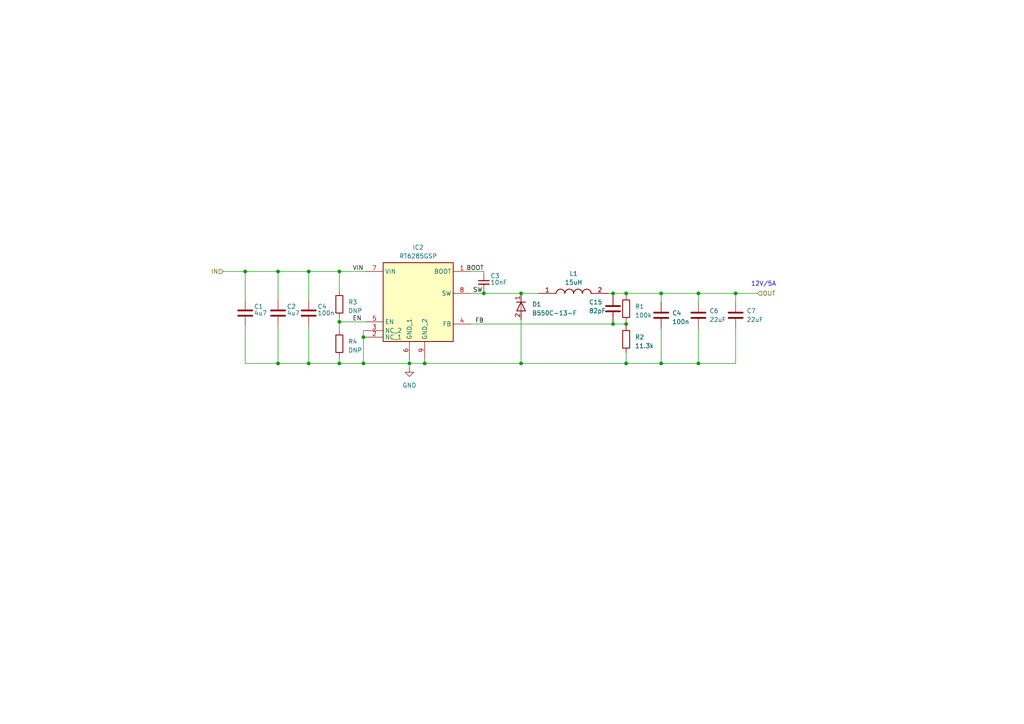
<source format=kicad_sch>
(kicad_sch (version 20230121) (generator eeschema)
  (paper "A4")
  (title_block (title "The Supluwu") (date "2023-12-29") (rev "1") (company "FG Labs"))
  (lib_symbols
    (symbol "Device:C" (pin_numbers hide) (pin_names (offset 0.254))
      (property "Reference" "C" (at 0.635 2.54 0))
      (property "Value" "C" (at 0.635 -2.54 0))
      (symbol "C_0_1"
        (polyline (pts (xy -2.032 -0.762) (xy 2.032 -0.762)) (stroke (width 0.508)))
        (polyline (pts (xy -2.032 0.762) (xy 2.032 0.762)) (stroke (width 0.508)))
      )
      (symbol "C_1_1"
        (pin passive line (at 0 3.81 270) (length 2.794) (name "~") (number "1"))
        (pin passive line (at 0 -3.81 90) (length 2.794) (name "~") (number "2"))
      )
    )
    (symbol "Device:C_Small" (pin_numbers hide) (pin_names (offset 0.254) hide)
      (property "Reference" "C" (at 0.254 1.778 0))
      (property "Value" "C_Small" (at 0.254 -2.032 0))
      (symbol "C_Small_0_1"
        (polyline (pts (xy -1.524 -0.508) (xy 1.524 -0.508)) (stroke (width 0.3302)))
        (polyline (pts (xy -1.524 0.508) (xy 1.524 0.508)) (stroke (width 0.3048)))
      )
      (symbol "C_Small_1_1"
        (pin passive line (at 0 2.54 270) (length 2.032) (name "~") (number "1"))
        (pin passive line (at 0 -2.54 90) (length 2.032) (name "~") (number "2"))
      )
    )
    (symbol "Device:R" (pin_numbers hide) (pin_names (offset 0))
      (property "Reference" "R" (at 2.032 0 90))
      (property "Value" "R" (at 0 0 90))
      (symbol "R_0_1"
        (rectangle (start -1.016 -2.54) (end 1.016 2.54) (stroke (width 0.254)))
      )
      (symbol "R_1_1"
        (pin passive line (at 0 3.81 270) (length 1.27) (name "~") (number "1"))
        (pin passive line (at 0 -3.81 90) (length 1.27) (name "~") (number "2"))
      )
    )
    (symbol "SamacSys_Parts_2:B550C-13-F" (pin_names hide)
      (property "Reference" "D" (at 11.43 5.08 0))
      (property "Value" "B550C-13-F" (at 11.43 2.54 0))
      (symbol "B550C-13-F_0_1"
        (polyline (pts (xy 2.54 1.27) (xy 2.54 -1.27)) (stroke (width 0.254)))
        (polyline (pts (xy 5.08 0) (xy 2.54 0)))
        (polyline (pts (xy 5.08 1.27) (xy 5.08 -1.27) (xy 2.54 0) (xy 5.08 1.27)) (stroke (width 0.254)))
      )
      (symbol "B550C-13-F_1_1"
        (pin passive line (at 0 0 0) (length 2.54) (name "K") (number "1"))
        (pin passive line (at 7.62 0 180) (length 2.54) (name "A") (number "2"))
      )
    )
    (symbol "SamacSys_Parts_2:PA4343.153NLT" (pin_names hide)
      (property "Reference" "L" (at 16.51 6.35 0))
      (property "Value" "PA4343.153NLT" (at 16.51 3.81 0))
      (symbol "PA4343.153NLT_1_1"
        (arc (start 7.62 0) (mid 6.35 1.219) (end 5.08 0) (stroke (width 0.254)))
        (arc (start 10.16 0) (mid 8.89 1.219) (end 7.62 0) (stroke (width 0.254)))
        (arc (start 12.7 0) (mid 11.43 1.219) (end 10.16 0) (stroke (width 0.254)))
        (arc (start 15.24 0) (mid 13.97 1.219) (end 12.7 0) (stroke (width 0.254)))
        (pin passive line (at 0 0 0) (length 5.08) (name "1") (number "1"))
        (pin passive line (at 20.32 0 180) (length 5.08) (name "2") (number "2"))
      )
    )
    (symbol "SamacSys_Parts_2:RT6285GSP"
      (property "Reference" "IC" (at 14.605 4.445 0))
      (property "Value" "RT6285GSP" (at 10.16 -7.62 0))
      (symbol "RT6285GSP_1_1"
        (rectangle (start 5.08 2.54) (end 25.4 -20.32) (stroke (width 0.254)) (fill (type background)))
        (pin passive line (at 30.48 0 180) (length 5.08) (name "BOOT") (number "1"))
        (pin passive line (at 0 -19.05 0) (length 5.08) (name "NC_1") (number "2"))
        (pin passive line (at 0 -17.145 0) (length 5.08) (name "NC_2") (number "3"))
        (pin passive line (at 30.48 -15.24 180) (length 5.08) (name "FB") (number "4"))
        (pin passive line (at 0 -14.605 0) (length 5.08) (name "EN") (number "5"))
        (pin passive line (at 12.7 -25.4 90) (length 5.08) (name "GND_1") (number "6"))
        (pin passive line (at 0 0 0) (length 5.08) (name "VIN") (number "7"))
        (pin passive line (at 30.48 -6.35 180) (length 5.08) (name "SW") (number "8"))
        (pin passive line (at 17.145 -25.4 90) (length 5.08) (name "GND_2") (number "9"))
      )
    )
    (symbol "power:GND" (power) (pin_names (offset 0))
      (property "Value" "GND" (at 0 -3.81 0))
      (symbol "GND_0_1"
        (polyline (pts (xy 0 0) (xy 0 -1.27) (xy 1.27 -1.27) (xy 0 -2.54) (xy -1.27 -1.27) (xy 0 -1.27)))
      )
      (symbol "GND_1_1"
        (pin power_in line (at 0 0 270) (length 0) hide (name "GND") (number "1"))
      )
    )
  )
  (junction (at 98.425 105.41))
  (junction (at 202.565 85.09))
  (junction (at 98.425 93.345))
  (junction (at 177.8 93.98))
  (junction (at 118.745 105.41))
  (junction (at 89.535 78.74))
  (junction (at 89.535 105.41))
  (junction (at 105.41 105.41))
  (junction (at 123.19 105.41))
  (junction (at 191.77 105.41))
  (junction (at 105.41 97.79))
  (junction (at 202.565 105.41))
  (junction (at 177.8 85.09))
  (junction (at 181.61 105.41))
  (junction (at 80.645 78.74))
  (junction (at 98.425 78.74))
  (junction (at 151.13 85.09))
  (junction (at 213.36 85.09))
  (junction (at 181.61 85.09))
  (junction (at 181.61 93.98))
  (junction (at 71.12 78.74))
  (junction (at 191.77 85.09))
  (junction (at 151.13 105.41))
  (junction (at 140.335 85.09))
  (junction (at 80.645 105.41))
  (wire (pts (xy 191.77 105.41) (xy 202.565 105.41)))
  (wire (pts (xy 118.745 105.41) (xy 118.745 104.14)))
  (wire (pts (xy 202.565 87.63) (xy 202.565 85.09)))
  (wire (pts (xy 177.8 93.98) (xy 181.61 93.98)))
  (wire (pts (xy 123.19 104.14) (xy 123.19 105.41)))
  (wire (pts (xy 118.745 105.41) (xy 118.745 106.68)))
  (wire (pts (xy 176.53 85.09) (xy 177.8 85.09)))
  (wire (pts (xy 191.77 87.63) (xy 191.77 85.09)))
  (wire (pts (xy 105.41 97.79) (xy 106.045 97.79)))
  (wire (pts (xy 105.41 97.79) (xy 105.41 105.41)))
  (wire (pts (xy 213.36 87.63) (xy 213.36 85.09)))
  (wire (pts (xy 80.645 94.615) (xy 80.645 105.41)))
  (wire (pts (xy 181.61 105.41) (xy 191.77 105.41)))
  (wire (pts (xy 136.525 78.74) (xy 140.335 78.74)))
  (wire (pts (xy 89.535 78.74) (xy 98.425 78.74)))
  (wire (pts (xy 213.36 95.25) (xy 213.36 105.41)))
  (wire (pts (xy 118.745 105.41) (xy 123.19 105.41)))
  (wire (pts (xy 98.425 92.075) (xy 98.425 93.345)))
  (wire (pts (xy 98.425 103.505) (xy 98.425 105.41)))
  (wire (pts (xy 213.36 85.09) (xy 219.71 85.09)))
  (wire (pts (xy 181.61 105.41) (xy 151.13 105.41)))
  (wire (pts (xy 136.525 85.09) (xy 140.335 85.09)))
  (wire (pts (xy 98.425 93.345) (xy 98.425 95.885)))
  (wire (pts (xy 89.535 105.41) (xy 98.425 105.41)))
  (wire (pts (xy 151.13 105.41) (xy 123.19 105.41)))
  (wire (pts (xy 213.36 105.41) (xy 202.565 105.41)))
  (wire (pts (xy 191.77 95.25) (xy 191.77 105.41)))
  (wire (pts (xy 105.41 105.41) (xy 118.745 105.41)))
  (wire (pts (xy 140.335 78.74) (xy 140.335 79.375)))
  (wire (pts (xy 89.535 78.74) (xy 89.535 86.995)))
  (wire (pts (xy 202.565 95.25) (xy 202.565 105.41)))
  (wire (pts (xy 151.13 92.71) (xy 151.13 105.41)))
  (wire (pts (xy 71.12 78.74) (xy 80.645 78.74)))
  (wire (pts (xy 89.535 94.615) (xy 89.535 105.41)))
  (wire (pts (xy 202.565 85.09) (xy 213.36 85.09)))
  (wire (pts (xy 105.41 95.885) (xy 105.41 97.79)))
  (wire (pts (xy 98.425 93.345) (xy 106.045 93.345)))
  (wire (pts (xy 181.61 85.09) (xy 181.61 85.725)))
  (wire (pts (xy 71.12 86.995) (xy 71.12 78.74)))
  (wire (pts (xy 177.8 93.345) (xy 177.8 93.98)))
  (wire (pts (xy 71.12 105.41) (xy 80.645 105.41)))
  (wire (pts (xy 140.335 85.09) (xy 140.335 84.455)))
  (wire (pts (xy 71.12 94.615) (xy 71.12 105.41)))
  (wire (pts (xy 177.8 85.09) (xy 181.61 85.09)))
  (wire (pts (xy 98.425 105.41) (xy 105.41 105.41)))
  (wire (pts (xy 151.13 85.09) (xy 156.21 85.09)))
  (wire (pts (xy 136.525 93.98) (xy 177.8 93.98)))
  (wire (pts (xy 177.8 85.09) (xy 177.8 85.725)))
  (wire (pts (xy 181.61 85.09) (xy 191.77 85.09)))
  (wire (pts (xy 64.77 78.74) (xy 71.12 78.74)))
  (wire (pts (xy 181.61 93.345) (xy 181.61 93.98)))
  (wire (pts (xy 181.61 94.615) (xy 181.61 93.98)))
  (wire (pts (xy 191.77 85.09) (xy 202.565 85.09)))
  (wire (pts (xy 181.61 102.235) (xy 181.61 105.41)))
  (wire (pts (xy 80.645 78.74) (xy 80.645 86.995)))
  (wire (pts (xy 80.645 78.74) (xy 89.535 78.74)))
  (wire (pts (xy 105.41 95.885) (xy 106.045 95.885)))
  (wire (pts (xy 98.425 78.74) (xy 98.425 84.455)))
  (wire (pts (xy 140.335 85.09) (xy 151.13 85.09)))
  (wire (pts (xy 80.645 105.41) (xy 89.535 105.41)))
  (wire (pts (xy 98.425 78.74) (xy 106.045 78.74)))
  (text "12V/5A" (at 217.805 83.185 0) (effects (font (size 1.27 1.27)) (justify left bottom)))
  (label "FB" (at 137.795 93.98 0))
  (label "VIN" (at 102.235 78.74 0))
  (label "SW" (at 137.16 85.09 0))
  (label "BOOT" (at 140.335 78.74 180))
  (label "EN" (at 102.235 93.345 0))
  (hierarchical_label "OUT" (shape input) (at 219.71 85.09 0))
  (hierarchical_label "IN" (shape input) (at 64.77 78.74 180))
  (symbol (lib_id "Device:C") (at 80.645 90.805 0) (unit 1)
    (property "Reference" "C2" (at 83.185 88.9 0) (effects (justify left)))
    (property "Value" "4u7" (at 83.185 90.805 0) (effects (justify left)))
    (property "Footprint" "Capacitor_SMD:C_0603_1608Metric" (effects hide))
    (instances (project "The Supluwu PCB" (path "" (reference "C2") (unit 1)) (path "" (reference "C10") (unit 1))))
  )
  (symbol (lib_id "Device:C_Small") (at 140.335 81.915 0) (unit 1)
    (property "Reference" "C3" (at 142.24 80.01 0) (effects (justify left)))
    (property "Value" "10nF" (at 142.24 81.915 0) (effects (justify left)))
    (property "Footprint" "Capacitor_SMD:C_0603_1608Metric" (effects hide))
    (instances (project "The Supluwu PCB" (path "" (reference "C3") (unit 1)) (path "" (reference "C8") (unit 1))))
  )
  (symbol (lib_id "SamacSys_Parts_2:PA4343.153NLT") (at 156.21 85.09 0) (unit 1)
    (property "Reference" "L1" (at 166.37 79.375 0))
    (property "Value" "15uH" (at 166.37 81.915 0))
    (property "Footprint" "Samacsys 2:INDPM140128X650N" (effects hide))
    (property "Datasheet" "https://datasheet.datasheetarchive.com/originals/distributors/DKDS-10/182394.pdf" (effects hide))
    (property "Height" "6.5" (effects hide))
    (property "Mouser Part Number" "673-PA4343.153NLT" (effects hide))
    (property "Mouser Price/Stock" "https://www.mouser.co.uk/ProductDetail/Pulse-Electronics/PA4343153NLT?qs=%2FzQKu7YvIMa1YhPbm59etw%3D%3D" (effects hide))
    (property "Manufacturer_Name" "Pulse Electronics" (effects hide))
    (property "Manufacturer_Part_Number" "PA4343.153NLT" (effects hide))
    (instances (project "The Supluwu PCB" (path "" (reference "L1") (unit 1)) (path "" (reference "L2") (unit 1))))
  )
  (symbol (lib_id "Device:C") (at 71.12 90.805 0) (unit 1)
    (property "Reference" "C1" (at 73.66 88.9 0) (effects (justify left)))
    (property "Value" "4u7" (at 73.66 90.805 0) (effects (justify left)))
    (property "Footprint" "Capacitor_SMD:C_0603_1608Metric" (effects hide))
    (instances (project "The Supluwu PCB" (path "" (reference "C1") (unit 1)) (path "" (reference "C9") (unit 1))))
  )
  (symbol (lib_id "Device:R") (at 98.425 88.265 0) (unit 1)
    (property "Reference" "R3" (at 100.965 87.63 0) (effects (justify left)))
    (property "Value" "DNP" (at 100.965 90.17 0) (effects (justify left)))
    (property "Footprint" "Resistor_SMD:R_0603_1608Metric" (effects hide))
    (instances (project "The Supluwu PCB" (path "" (reference "R3") (unit 1)) (path "" (reference "R5") (unit 1))))
  )
  (symbol (lib_id "Device:C") (at 177.8 89.535 0) (unit 1)
    (property "Reference" "C15" (at 170.815 87.63 0) (effects (justify left)))
    (property "Value" "82pF" (at 170.815 90.17 0) (effects (justify left)))
    (property "Footprint" "Capacitor_SMD:C_0603_1608Metric" (effects hide))
  )
  (symbol (lib_id "Device:R") (at 181.61 89.535 0) (unit 1)
    (property "Reference" "R1" (at 184.15 88.9 0) (effects (justify left)))
    (property "Value" "100k" (at 184.15 91.44 0) (effects (justify left)))
    (property "Footprint" "Resistor_SMD:R_0603_1608Metric" (effects hide))
    (instances (project "The Supluwu PCB" (path "" (reference "R1") (unit 1)) (path "" (reference "R6") (unit 1))))
  )
  (symbol (lib_id "SamacSys_Parts_2:B550C-13-F") (at 151.13 85.09 270) (unit 1)
    (property "Reference" "D1" (at 154.305 88.265 90) (effects (justify left)))
    (property "Value" "B550C-13-F" (at 154.305 90.805 90) (effects (justify left)))
    (property "Footprint" "Samacsys 2:DIOM7959X250N" (effects hide))
    (property "Height" "2.5" (effects hide))
    (property "Mouser Part Number" "621-B550C-F" (effects hide))
    (property "Mouser Price/Stock" "https://www.mouser.co.uk/ProductDetail/Diodes-Incorporated/B550C-13-F?qs=UEP5Ic6BRave1jzuZzz4FA%3D%3D" (effects hide))
    (property "Manufacturer_Name" "Diodes Incorporated" (effects hide))
    (property "Manufacturer_Part_Number" "B550C-13-F" (effects hide))
    (instances (project "The Supluwu PCB" (path "" (reference "D1") (unit 1)) (path "" (reference "D2") (unit 1))))
  )
  (symbol (lib_id "power:GND") (at 118.745 106.68 0) (unit 1)
    (property "Reference" "#PWR02" (effects hide))
    (property "Value" "GND" (at 118.745 111.76 0))
    (instances (project "The Supluwu PCB" (path "" (reference "#PWR02") (unit 1)) (path "" (reference "#PWR01") (unit 1))))
  )
  (symbol (lib_id "Device:C") (at 89.535 90.805 0) (unit 1)
    (property "Reference" "C4" (at 92.075 88.9 0) (effects (justify left)))
    (property "Value" "100n" (at 92.075 90.805 0) (effects (justify left)))
    (property "Footprint" "Capacitor_SMD:C_0603_1608Metric" (effects hide))
    (property "LCSC" "C14663" (effects hide))
    (instances (project "Inline Voltage converter" (path "" (reference "C4") (unit 1))) (project "Battery" (path "" (reference "C4") (unit 1)) (path "" (reference "C31") (unit 1))) (project "The Supluwu PCB" (path "" (reference "C5") (unit 1)) (path "" (reference "C11") (unit 1))))
  )
  (symbol (lib_id "Device:C") (at 202.565 91.44 0) (unit 1)
    (property "Reference" "C6" (at 205.74 90.1699 0) (effects (justify left)))
    (property "Value" "22uF" (at 205.74 92.7099 0) (effects (justify left)))
    (property "Footprint" "Capacitor_SMD:C_0805_2012Metric" (effects hide))
    (property "LCSC" "C45783" (effects hide))
    (instances (project "Inline Voltage converter" (path "" (reference "C6") (unit 1))) (project "Battery" (path "" (reference "C23") (unit 1))) (project "Main RIOT PCB" (path "" (reference "C2") (unit 1))) (project "The Supluwu PCB" (path "" (reference "C6") (unit 1)) (path "" (reference "C13") (unit 1))))
  )
  (symbol (lib_id "Device:C") (at 191.77 91.44 0) (unit 1)
    (property "Reference" "C4" (at 194.945 90.805 0) (effects (justify left)))
    (property "Value" "100n" (at 194.945 93.345 0) (effects (justify left)))
    (property "Footprint" "Capacitor_SMD:C_0603_1608Metric" (effects hide))
    (property "LCSC" "C14663" (effects hide))
    (instances (project "Inline Voltage converter" (path "" (reference "C4") (unit 1))) (project "Battery" (path "" (reference "C4") (unit 1)) (path "" (reference "C31") (unit 1))) (project "The Supluwu PCB" (path "" (reference "C4") (unit 1)) (path "" (reference "C12") (unit 1))))
  )
  (symbol (lib_id "SamacSys_Parts_2:RT6285GSP") (at 106.045 78.74 0) (unit 1)
    (property "Reference" "IC2" (at 121.285 71.755 0))
    (property "Value" "RT6285GSP" (at 121.285 74.295 0))
    (property "Footprint" "Samacsys 2:SOIC127P600X175-9N" (effects hide))
    (property "Datasheet" "https://www.richtek.com/assets/product_file/RT6285/DS6285-00.pdf" (effects hide))
    (property "Height" "1.753" (effects hide))
    (property "Mouser Part Number" "835-RT6285GSP" (effects hide))
    (property "Mouser Price/Stock" "https://www.mouser.co.uk/ProductDetail/Richtek/RT6285GSP?qs=amGC7iS6iy9ag0U80PgEbw%3D%3D" (effects hide))
    (property "Manufacturer_Name" "RICHTEK" (effects hide))
    (property "Manufacturer_Part_Number" "RT6285GSP" (effects hide))
    (instances (project "The Supluwu PCB" (path "" (reference "IC2") (unit 1)) (path "" (reference "IC1") (unit 1))))
  )
  (symbol (lib_id "Device:R") (at 98.425 99.695 0) (unit 1)
    (property "Reference" "R4" (at 100.965 99.06 0) (effects (justify left)))
    (property "Value" "DNP" (at 100.965 101.6 0) (effects (justify left)))
    (property "Footprint" "Resistor_SMD:R_0603_1608Metric" (effects hide))
    (instances (project "The Supluwu PCB" (path "" (reference "R4") (unit 1)) (path "" (reference "R8") (unit 1))))
  )
  (symbol (lib_id "Device:R") (at 181.61 98.425 0) (unit 1)
    (property "Reference" "R2" (at 184.15 97.79 0) (effects (justify left)))
    (property "Value" "11.3k" (at 184.15 100.33 0) (effects (justify left)))
    (property "Footprint" "Resistor_SMD:R_0603_1608Metric" (effects hide))
    (instances (project "The Supluwu PCB" (path "" (reference "R2") (unit 1)) (path "" (reference "R7") (unit 1))))
  )
  (symbol (lib_id "Device:C") (at 213.36 91.44 0) (unit 1)
    (property "Reference" "C7" (at 216.535 90.1699 0) (effects (justify left)))
    (property "Value" "22uF" (at 216.535 92.7099 0) (effects (justify left)))
    (property "Footprint" "Capacitor_SMD:C_0805_2012Metric" (effects hide))
    (property "LCSC" "C45783" (effects hide))
    (instances (project "Inline Voltage converter" (path "" (reference "C7") (unit 1))) (project "Battery" (path "" (reference "C24") (unit 1))) (project "Main RIOT PCB" (path "" (reference "C2") (unit 1))) (project "The Supluwu PCB" (path "" (reference "C7") (unit 1)) (path "" (reference "C14") (unit 1))))
  )
)
</source>
